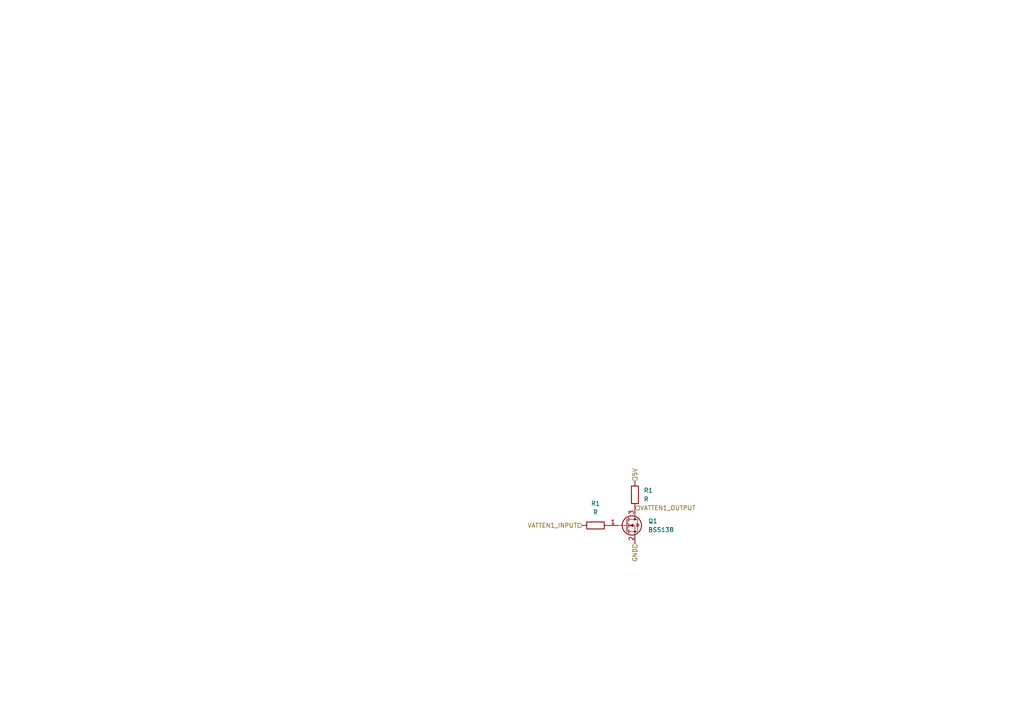
<source format=kicad_sch>
(kicad_sch (version 20230121) (generator eeschema)
  (paper "A4")
  (lib_symbols
    (symbol "Device:R" (pin_numbers hide) (pin_names (offset 0))
      (property "Reference" "R" (at 2.032 0 90))
      (property "Value" "R" (at 0 0 90))
      (symbol "R_0_1"
        (rectangle (start -1.016 -2.54) (end 1.016 2.54) (stroke (width 0.254)))
      )
      (symbol "R_1_1"
        (pin passive line (at 0 3.81 270) (length 1.27) (name "~") (number "1"))
        (pin passive line (at 0 -3.81 90) (length 1.27) (name "~") (number "2"))
      )
    )
    (symbol "Transistor_FET:BSS138" (pin_names hide)
      (property "Reference" "Q" (at 5.08 1.905 0))
      (property "Value" "BSS138" (at 5.08 0 0))
      (symbol "BSS138_0_1"
        (polyline (pts (xy 0.254 0) (xy -2.54 0)))
        (polyline (pts (xy 0.254 1.905) (xy 0.254 -1.905)) (stroke (width 0.254)))
        (polyline (pts (xy 0.762 -1.27) (xy 0.762 -2.286)) (stroke (width 0.254)))
        (polyline (pts (xy 0.762 0.508) (xy 0.762 -0.508)) (stroke (width 0.254)))
        (polyline (pts (xy 0.762 2.286) (xy 0.762 1.27)) (stroke (width 0.254)))
        (polyline (pts (xy 2.54 2.54) (xy 2.54 1.778)))
        (polyline (pts (xy 2.54 -2.54) (xy 2.54 0) (xy 0.762 0)))
        (polyline (pts (xy 0.762 -1.778) (xy 3.302 -1.778) (xy 3.302 1.778) (xy 0.762 1.778)))
        (polyline (pts (xy 1.016 0) (xy 2.032 0.381) (xy 2.032 -0.381) (xy 1.016 0)) (fill (type outline)))
        (polyline (pts (xy 2.794 0.508) (xy 2.921 0.381) (xy 3.683 0.381) (xy 3.81 0.254)))
        (polyline (pts (xy 3.302 0.381) (xy 2.921 -0.254) (xy 3.683 -0.254) (xy 3.302 0.381)))
        (circle (center 1.651 0) (radius 2.794) (stroke (width 0.254)))
        (circle (center 2.54 -1.778) (radius 0.254) (fill (type outline)))
        (circle (center 2.54 1.778) (radius 0.254) (fill (type outline)))
      )
      (symbol "BSS138_1_1"
        (pin input line (at -5.08 0 0) (length 2.54) (name "G") (number "1"))
        (pin passive line (at 2.54 -5.08 90) (length 2.54) (name "S") (number "2"))
        (pin passive line (at 2.54 5.08 270) (length 2.54) (name "D") (number "3"))
      )
    )
  )
  (hierarchical_label "GND" (shape input) (at 184.15 157.48 270))
  (hierarchical_label "VATTEN1_OUTPUT" (shape input) (at 184.15 147.32 0))
  (hierarchical_label "VATTEN1_INPUT" (shape input) (at 168.91 152.4 180))
  (hierarchical_label "5V" (shape input) (at 184.15 139.7 90))
  (symbol (lib_id "Device:R") (at 184.15 143.51 180) (unit 1)
    (property "Reference" "R1" (at 186.69 142.24 0) (effects (justify right)))
    (property "Value" "R" (at 186.69 144.78 0) (effects (justify right)))
    (property "Footprint" "Resistor_SMD:R_1210_3225Metric_Pad1.30x2.65mm_HandSolder" (effects hide))
    (instances (project "electric" (path "" (reference "R1") (unit 1)) (path "" (reference "R5") (unit 1))))
  )
  (symbol (lib_id "Transistor_FET:BSS138") (at 181.61 152.4 0) (unit 1)
    (property "Reference" "Q1" (at 187.96 151.13 0) (effects (justify left)))
    (property "Value" "BSS138" (at 187.96 153.67 0) (effects (justify left)))
    (property "Footprint" "Package_TO_SOT_SMD:SOT-23" (effects hide))
    (property "Datasheet" "https://www.onsemi.com/pub/Collateral/BSS138-D.PDF" (effects hide))
    (property "Farnell" "https://se.farnell.com/multicomp-pro/bss138bk/mosfet-n-ch-60v-0-36a-sot-23/dp/4140856" (effects hide))
  )
  (symbol (lib_id "Device:R") (at 172.72 152.4 90) (unit 1)
    (property "Reference" "R1" (at 172.72 146.05 90))
    (property "Value" "R" (at 172.72 148.59 90))
    (property "Footprint" "Resistor_SMD:R_1210_3225Metric_Pad1.30x2.65mm_HandSolder" (effects hide))
    (instances (project "electric" (path "" (reference "R1") (unit 1)) (path "" (reference "R4") (unit 1))))
  )
)
</source>
